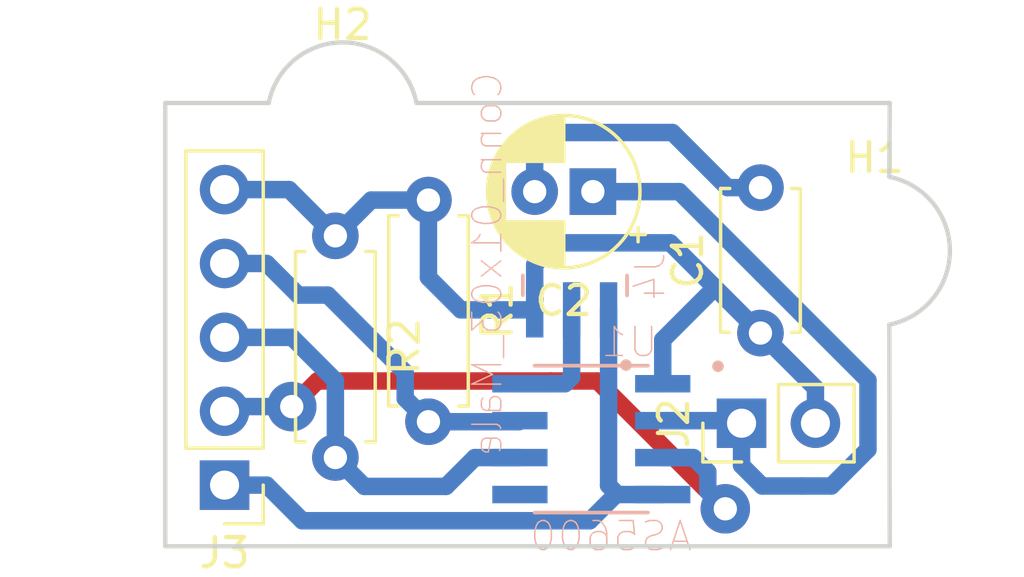
<source format=kicad_pcb>
(kicad_pcb (version 20171130) (host pcbnew "(5.1.2)-2")

  (general
    (thickness 1.6)
    (drawings 8)
    (tracks 73)
    (zones 0)
    (modules 10)
    (nets 9)
  )

  (page A4)
  (layers
    (0 F.Cu signal)
    (31 B.Cu signal)
    (32 B.Adhes user)
    (33 F.Adhes user)
    (34 B.Paste user)
    (35 F.Paste user)
    (36 B.SilkS user)
    (37 F.SilkS user)
    (38 B.Mask user)
    (39 F.Mask user)
    (40 Dwgs.User user)
    (41 Cmts.User user)
    (42 Eco1.User user)
    (43 Eco2.User user)
    (44 Edge.Cuts user)
    (45 Margin user)
    (46 B.CrtYd user)
    (47 F.CrtYd user)
    (48 B.Fab user)
    (49 F.Fab user)
  )

  (setup
    (last_trace_width 0.6)
    (trace_clearance 0.3)
    (zone_clearance 0.508)
    (zone_45_only no)
    (trace_min 0.5)
    (via_size 1.7)
    (via_drill 0.8)
    (via_min_size 0.4)
    (via_min_drill 0.3)
    (uvia_size 0.3)
    (uvia_drill 0.1)
    (uvias_allowed no)
    (uvia_min_size 0.2)
    (uvia_min_drill 0.1)
    (edge_width 0.15)
    (segment_width 0.2)
    (pcb_text_width 0.3)
    (pcb_text_size 1.5 1.5)
    (mod_edge_width 0.15)
    (mod_text_size 1 1)
    (mod_text_width 0.15)
    (pad_size 1.6 1.6)
    (pad_drill 0.8)
    (pad_to_mask_clearance 0.051)
    (solder_mask_min_width 0.25)
    (aux_axis_origin 0 0)
    (visible_elements 7FFFFFFF)
    (pcbplotparams
      (layerselection 0x010fc_ffffffff)
      (usegerberextensions false)
      (usegerberattributes false)
      (usegerberadvancedattributes false)
      (creategerberjobfile false)
      (excludeedgelayer true)
      (linewidth 0.100000)
      (plotframeref false)
      (viasonmask false)
      (mode 1)
      (useauxorigin false)
      (hpglpennumber 1)
      (hpglpenspeed 20)
      (hpglpendiameter 15.000000)
      (psnegative false)
      (psa4output false)
      (plotreference true)
      (plotvalue true)
      (plotinvisibletext false)
      (padsonsilk false)
      (subtractmaskfromsilk false)
      (outputformat 1)
      (mirror false)
      (drillshape 1)
      (scaleselection 1)
      (outputdirectory ""))
  )

  (net 0 "")
  (net 1 +5V)
  (net 2 GND)
  (net 3 "Net-(C2-Pad1)")
  (net 4 SDA)
  (net 5 SCL)
  (net 6 OUT)
  (net 7 DIR)
  (net 8 "Net-(U1-Pad5)")

  (net_class Default "This is the default net class."
    (clearance 0.3)
    (trace_width 0.6)
    (via_dia 1.7)
    (via_drill 0.8)
    (uvia_dia 0.3)
    (uvia_drill 0.1)
    (diff_pair_width 0.6)
    (diff_pair_gap 0.25)
    (add_net +5V)
    (add_net DIR)
    (add_net GND)
    (add_net "Net-(C2-Pad1)")
    (add_net "Net-(U1-Pad5)")
    (add_net OUT)
    (add_net SCL)
    (add_net SDA)
  )

  (module AS5600-breakout:MountingHole_2.2mm_M2_small (layer F.Cu) (tedit 5CFC3FC6) (tstamp 5CFD4F55)
    (at 99.568 88.9)
    (descr "Mounting Hole 2.2mm, no annular, M2")
    (tags "mounting hole 2.2mm no annular m2")
    (path /5CFDC0C0)
    (attr virtual)
    (fp_text reference H2 (at 0 -3.2) (layer F.SilkS)
      (effects (font (size 1 1) (thickness 0.15)))
    )
    (fp_text value MountingHole (at 0 3.2) (layer F.Fab)
      (effects (font (size 1 1) (thickness 0.15)))
    )
    (fp_text user %R (at 0.3 0) (layer F.Fab)
      (effects (font (size 1 1) (thickness 0.15)))
    )
    (fp_circle (center 0 0) (end 2 0) (layer Cmts.User) (width 0.15))
    (fp_circle (center 0 0) (end 2.1 0) (layer F.CrtYd) (width 0.05))
    (pad 1 np_thru_hole circle (at 0 0) (size 2.2 2.2) (drill 2.2) (layers *.Cu *.Mask))
  )

  (module AS5600-breakout:MountingHole_2.2mm_M2_small (layer F.Cu) (tedit 5CFC3FC6) (tstamp 5CFD4F6A)
    (at 117.856 93.472)
    (descr "Mounting Hole 2.2mm, no annular, M2")
    (tags "mounting hole 2.2mm no annular m2")
    (path /5CFDB7FC)
    (attr virtual)
    (fp_text reference H1 (at 0 -3.2) (layer F.SilkS)
      (effects (font (size 1 1) (thickness 0.15)))
    )
    (fp_text value MountingHole (at 0 3.2) (layer F.Fab)
      (effects (font (size 1 1) (thickness 0.15)))
    )
    (fp_text user %R (at 0.3 0) (layer F.Fab)
      (effects (font (size 1 1) (thickness 0.15)))
    )
    (fp_circle (center 0 0) (end 2 0) (layer Cmts.User) (width 0.15))
    (fp_circle (center 0 0) (end 2.1 0) (layer F.CrtYd) (width 0.05))
    (pad 1 np_thru_hole circle (at 0 0) (size 2.2 2.2) (drill 2.2) (layers *.Cu *.Mask))
  )

  (module Connector_PinHeader_2.54mm:PinHeader_1x05_P2.54mm_Vertical (layer F.Cu) (tedit 59FED5CC) (tstamp 5D041880)
    (at 95.51 101.53 180)
    (descr "Through hole straight pin header, 1x05, 2.54mm pitch, single row")
    (tags "Through hole pin header THT 1x05 2.54mm single row")
    (path /5CF784F9)
    (fp_text reference J3 (at 0 -2.33) (layer F.SilkS)
      (effects (font (size 1 1) (thickness 0.15)))
    )
    (fp_text value Conn_01x05_Female (at 0 12.49) (layer F.Fab)
      (effects (font (size 1 1) (thickness 0.15)))
    )
    (fp_text user %R (at 0 5.08 90) (layer F.Fab)
      (effects (font (size 1 1) (thickness 0.15)))
    )
    (fp_line (start 1.8 -1.8) (end -1.8 -1.8) (layer F.CrtYd) (width 0.05))
    (fp_line (start 1.8 11.95) (end 1.8 -1.8) (layer F.CrtYd) (width 0.05))
    (fp_line (start -1.8 11.95) (end 1.8 11.95) (layer F.CrtYd) (width 0.05))
    (fp_line (start -1.8 -1.8) (end -1.8 11.95) (layer F.CrtYd) (width 0.05))
    (fp_line (start -1.33 -1.33) (end 0 -1.33) (layer F.SilkS) (width 0.12))
    (fp_line (start -1.33 0) (end -1.33 -1.33) (layer F.SilkS) (width 0.12))
    (fp_line (start -1.33 1.27) (end 1.33 1.27) (layer F.SilkS) (width 0.12))
    (fp_line (start 1.33 1.27) (end 1.33 11.49) (layer F.SilkS) (width 0.12))
    (fp_line (start -1.33 1.27) (end -1.33 11.49) (layer F.SilkS) (width 0.12))
    (fp_line (start -1.33 11.49) (end 1.33 11.49) (layer F.SilkS) (width 0.12))
    (fp_line (start -1.27 -0.635) (end -0.635 -1.27) (layer F.Fab) (width 0.1))
    (fp_line (start -1.27 11.43) (end -1.27 -0.635) (layer F.Fab) (width 0.1))
    (fp_line (start 1.27 11.43) (end -1.27 11.43) (layer F.Fab) (width 0.1))
    (fp_line (start 1.27 -1.27) (end 1.27 11.43) (layer F.Fab) (width 0.1))
    (fp_line (start -0.635 -1.27) (end 1.27 -1.27) (layer F.Fab) (width 0.1))
    (pad 5 thru_hole oval (at 0 10.16 180) (size 1.7 1.7) (drill 1) (layers *.Cu *.Mask)
      (net 1 +5V))
    (pad 4 thru_hole oval (at 0 7.62 180) (size 1.7 1.7) (drill 1) (layers *.Cu *.Mask)
      (net 5 SCL))
    (pad 3 thru_hole oval (at 0 5.08 180) (size 1.7 1.7) (drill 1) (layers *.Cu *.Mask)
      (net 4 SDA))
    (pad 2 thru_hole oval (at 0 2.54 180) (size 1.7 1.7) (drill 1) (layers *.Cu *.Mask)
      (net 6 OUT))
    (pad 1 thru_hole rect (at 0 0 180) (size 1.7 1.7) (drill 1) (layers *.Cu *.Mask)
      (net 2 GND))
    (model ${KISYS3DMOD}/Connector_PinHeader_2.54mm.3dshapes/PinHeader_1x05_P2.54mm_Vertical.wrl
      (at (xyz 0 0 0))
      (scale (xyz 1 1 1))
      (rotate (xyz 0 0 0))
    )
  )

  (module Resistor_THT:R_Axial_DIN0207_L6.3mm_D2.5mm_P7.62mm_Horizontal (layer F.Cu) (tedit 5AE5139B) (tstamp 5D041BED)
    (at 99.32 92.96 270)
    (descr "Resistor, Axial_DIN0207 series, Axial, Horizontal, pin pitch=7.62mm, 0.25W = 1/4W, length*diameter=6.3*2.5mm^2, http://cdn-reichelt.de/documents/datenblatt/B400/1_4W%23YAG.pdf")
    (tags "Resistor Axial_DIN0207 series Axial Horizontal pin pitch 7.62mm 0.25W = 1/4W length 6.3mm diameter 2.5mm")
    (path /5CF77C73)
    (fp_text reference R2 (at 3.81 -2.37 90) (layer F.SilkS)
      (effects (font (size 1 1) (thickness 0.15)))
    )
    (fp_text value 4.7k (at 3.81 2.37 90) (layer F.Fab)
      (effects (font (size 1 1) (thickness 0.15)))
    )
    (fp_text user %R (at 3.81 0 90) (layer F.Fab)
      (effects (font (size 1 1) (thickness 0.15)))
    )
    (fp_line (start 8.67 -1.5) (end -1.05 -1.5) (layer F.CrtYd) (width 0.05))
    (fp_line (start 8.67 1.5) (end 8.67 -1.5) (layer F.CrtYd) (width 0.05))
    (fp_line (start -1.05 1.5) (end 8.67 1.5) (layer F.CrtYd) (width 0.05))
    (fp_line (start -1.05 -1.5) (end -1.05 1.5) (layer F.CrtYd) (width 0.05))
    (fp_line (start 7.08 1.37) (end 7.08 1.04) (layer F.SilkS) (width 0.12))
    (fp_line (start 0.54 1.37) (end 7.08 1.37) (layer F.SilkS) (width 0.12))
    (fp_line (start 0.54 1.04) (end 0.54 1.37) (layer F.SilkS) (width 0.12))
    (fp_line (start 7.08 -1.37) (end 7.08 -1.04) (layer F.SilkS) (width 0.12))
    (fp_line (start 0.54 -1.37) (end 7.08 -1.37) (layer F.SilkS) (width 0.12))
    (fp_line (start 0.54 -1.04) (end 0.54 -1.37) (layer F.SilkS) (width 0.12))
    (fp_line (start 7.62 0) (end 6.96 0) (layer F.Fab) (width 0.1))
    (fp_line (start 0 0) (end 0.66 0) (layer F.Fab) (width 0.1))
    (fp_line (start 6.96 -1.25) (end 0.66 -1.25) (layer F.Fab) (width 0.1))
    (fp_line (start 6.96 1.25) (end 6.96 -1.25) (layer F.Fab) (width 0.1))
    (fp_line (start 0.66 1.25) (end 6.96 1.25) (layer F.Fab) (width 0.1))
    (fp_line (start 0.66 -1.25) (end 0.66 1.25) (layer F.Fab) (width 0.1))
    (pad 2 thru_hole oval (at 7.62 0 270) (size 1.6 1.6) (drill 0.8) (layers *.Cu *.Mask)
      (net 4 SDA))
    (pad 1 thru_hole circle (at 0 0 270) (size 1.6 1.6) (drill 0.8) (layers *.Cu *.Mask)
      (net 1 +5V))
    (model ${KISYS3DMOD}/Resistor_THT.3dshapes/R_Axial_DIN0207_L6.3mm_D2.5mm_P7.62mm_Horizontal.wrl
      (at (xyz 0 0 0))
      (scale (xyz 1 1 1))
      (rotate (xyz 0 0 0))
    )
  )

  (module AS5600-breakout:SOIC127_solder_switch (layer B.Cu) (tedit 5CFBE54E) (tstamp 5D0417FB)
    (at 106.807 93.049 90)
    (path /5CF78AF4)
    (attr smd)
    (fp_text reference J4 (at -1.31 3.337 270) (layer B.SilkS)
      (effects (font (size 1 1) (thickness 0.05)) (justify mirror))
    )
    (fp_text value Conn_01x03_Male (at -0.889 -2.2606 270) (layer B.SilkS)
      (effects (font (size 1 1) (thickness 0.05)) (justify mirror))
    )
    (fp_line (start -1.016 2.6924) (end -1.016 -1.3208) (layer Eco1.User) (width 0.05))
    (fp_line (start -3.655 2.7) (end -3.655 -1.3208) (layer Eco1.User) (width 0.05))
    (fp_line (start -3.655 -1.3208) (end -1.016 -1.3208) (layer Eco1.User) (width 0.05))
    (fp_line (start -3.655 2.7) (end -1.016 2.7) (layer Eco1.User) (width 0.05))
    (fp_line (start -1.27 2.45) (end -1.27 -1.016) (layer Eco2.User) (width 0.127))
    (fp_line (start -1.95 2.45) (end -1.95 -1.016) (layer Eco2.User) (width 0.127))
    (fp_line (start -1.95 -1.0414) (end -1.27 -1.0414) (layer B.SilkS) (width 0.127))
    (fp_line (start -1.9558 2.54) (end -1.27 2.54) (layer B.SilkS) (width 0.127))
    (fp_line (start -1.95 -1.016) (end -1.27 -1.016) (layer Eco2.User) (width 0.127))
    (fp_line (start -1.95 2.45) (end -1.27 2.45) (layer Eco2.User) (width 0.127))
    (fp_circle (center -4.355 2.505) (end -4.255 2.505) (layer Eco2.User) (width 0.2))
    (fp_circle (center -4.355 2.505) (end -4.255 2.505) (layer B.SilkS) (width 0.2))
    (pad 3 smd rect (at -2.455 -0.635 90) (size 1.9 0.6) (layers B.Cu B.Paste B.Mask)
      (net 1 +5V))
    (pad 2 smd rect (at -2.455 0.635 90) (size 1.9 0.6) (layers B.Cu B.Paste B.Mask)
      (net 7 DIR))
    (pad 1 smd rect (at -2.455 1.905 90) (size 1.9 0.6) (layers B.Cu B.Paste B.Mask)
      (net 2 GND))
  )

  (module Capacitor_THT:CP_Radial_D5.0mm_P2.00mm (layer F.Cu) (tedit 5CFC3233) (tstamp 5D041A5B)
    (at 108.172 91.44 180)
    (descr "CP, Radial series, Radial, pin pitch=2.00mm, , diameter=5mm, Electrolytic Capacitor")
    (tags "CP Radial series Radial pin pitch 2.00mm  diameter 5mm Electrolytic Capacitor")
    (path /5CF77A7D)
    (fp_text reference C2 (at 1 -3.75) (layer F.SilkS)
      (effects (font (size 1 1) (thickness 0.15)))
    )
    (fp_text value 1uF (at 1 3.75) (layer F.Fab)
      (effects (font (size 1 1) (thickness 0.15)))
    )
    (fp_text user %R (at 1 0) (layer F.Fab)
      (effects (font (size 1 1) (thickness 0.15)))
    )
    (fp_line (start -1.554775 -1.725) (end -1.554775 -1.225) (layer F.SilkS) (width 0.12))
    (fp_line (start -1.804775 -1.475) (end -1.304775 -1.475) (layer F.SilkS) (width 0.12))
    (fp_line (start 3.601 -0.284) (end 3.601 0.284) (layer F.SilkS) (width 0.12))
    (fp_line (start 3.561 -0.518) (end 3.561 0.518) (layer F.SilkS) (width 0.12))
    (fp_line (start 3.521 -0.677) (end 3.521 0.677) (layer F.SilkS) (width 0.12))
    (fp_line (start 3.481 -0.805) (end 3.481 0.805) (layer F.SilkS) (width 0.12))
    (fp_line (start 3.441 -0.915) (end 3.441 0.915) (layer F.SilkS) (width 0.12))
    (fp_line (start 3.401 -1.011) (end 3.401 1.011) (layer F.SilkS) (width 0.12))
    (fp_line (start 3.361 -1.098) (end 3.361 1.098) (layer F.SilkS) (width 0.12))
    (fp_line (start 3.321 -1.178) (end 3.321 1.178) (layer F.SilkS) (width 0.12))
    (fp_line (start 3.281 -1.251) (end 3.281 1.251) (layer F.SilkS) (width 0.12))
    (fp_line (start 3.241 -1.319) (end 3.241 1.319) (layer F.SilkS) (width 0.12))
    (fp_line (start 3.201 -1.383) (end 3.201 1.383) (layer F.SilkS) (width 0.12))
    (fp_line (start 3.161 -1.443) (end 3.161 1.443) (layer F.SilkS) (width 0.12))
    (fp_line (start 3.121 -1.5) (end 3.121 1.5) (layer F.SilkS) (width 0.12))
    (fp_line (start 3.081 -1.554) (end 3.081 1.554) (layer F.SilkS) (width 0.12))
    (fp_line (start 3.041 -1.605) (end 3.041 1.605) (layer F.SilkS) (width 0.12))
    (fp_line (start 3.001 1.04) (end 3.001 1.653) (layer F.SilkS) (width 0.12))
    (fp_line (start 3.001 -1.653) (end 3.001 -1.04) (layer F.SilkS) (width 0.12))
    (fp_line (start 2.961 1.04) (end 2.961 1.699) (layer F.SilkS) (width 0.12))
    (fp_line (start 2.961 -1.699) (end 2.961 -1.04) (layer F.SilkS) (width 0.12))
    (fp_line (start 2.921 1.04) (end 2.921 1.743) (layer F.SilkS) (width 0.12))
    (fp_line (start 2.921 -1.743) (end 2.921 -1.04) (layer F.SilkS) (width 0.12))
    (fp_line (start 2.881 1.04) (end 2.881 1.785) (layer F.SilkS) (width 0.12))
    (fp_line (start 2.881 -1.785) (end 2.881 -1.04) (layer F.SilkS) (width 0.12))
    (fp_line (start 2.841 1.04) (end 2.841 1.826) (layer F.SilkS) (width 0.12))
    (fp_line (start 2.841 -1.826) (end 2.841 -1.04) (layer F.SilkS) (width 0.12))
    (fp_line (start 2.801 1.04) (end 2.801 1.864) (layer F.SilkS) (width 0.12))
    (fp_line (start 2.801 -1.864) (end 2.801 -1.04) (layer F.SilkS) (width 0.12))
    (fp_line (start 2.761 1.04) (end 2.761 1.901) (layer F.SilkS) (width 0.12))
    (fp_line (start 2.761 -1.901) (end 2.761 -1.04) (layer F.SilkS) (width 0.12))
    (fp_line (start 2.721 1.04) (end 2.721 1.937) (layer F.SilkS) (width 0.12))
    (fp_line (start 2.721 -1.937) (end 2.721 -1.04) (layer F.SilkS) (width 0.12))
    (fp_line (start 2.681 1.04) (end 2.681 1.971) (layer F.SilkS) (width 0.12))
    (fp_line (start 2.681 -1.971) (end 2.681 -1.04) (layer F.SilkS) (width 0.12))
    (fp_line (start 2.641 1.04) (end 2.641 2.004) (layer F.SilkS) (width 0.12))
    (fp_line (start 2.641 -2.004) (end 2.641 -1.04) (layer F.SilkS) (width 0.12))
    (fp_line (start 2.601 1.04) (end 2.601 2.035) (layer F.SilkS) (width 0.12))
    (fp_line (start 2.601 -2.035) (end 2.601 -1.04) (layer F.SilkS) (width 0.12))
    (fp_line (start 2.561 1.04) (end 2.561 2.065) (layer F.SilkS) (width 0.12))
    (fp_line (start 2.561 -2.065) (end 2.561 -1.04) (layer F.SilkS) (width 0.12))
    (fp_line (start 2.521 1.04) (end 2.521 2.095) (layer F.SilkS) (width 0.12))
    (fp_line (start 2.521 -2.095) (end 2.521 -1.04) (layer F.SilkS) (width 0.12))
    (fp_line (start 2.481 1.04) (end 2.481 2.122) (layer F.SilkS) (width 0.12))
    (fp_line (start 2.481 -2.122) (end 2.481 -1.04) (layer F.SilkS) (width 0.12))
    (fp_line (start 2.441 1.04) (end 2.441 2.149) (layer F.SilkS) (width 0.12))
    (fp_line (start 2.441 -2.149) (end 2.441 -1.04) (layer F.SilkS) (width 0.12))
    (fp_line (start 2.401 1.04) (end 2.401 2.175) (layer F.SilkS) (width 0.12))
    (fp_line (start 2.401 -2.175) (end 2.401 -1.04) (layer F.SilkS) (width 0.12))
    (fp_line (start 2.361 1.04) (end 2.361 2.2) (layer F.SilkS) (width 0.12))
    (fp_line (start 2.361 -2.2) (end 2.361 -1.04) (layer F.SilkS) (width 0.12))
    (fp_line (start 2.321 1.04) (end 2.321 2.224) (layer F.SilkS) (width 0.12))
    (fp_line (start 2.321 -2.224) (end 2.321 -1.04) (layer F.SilkS) (width 0.12))
    (fp_line (start 2.281 1.04) (end 2.281 2.247) (layer F.SilkS) (width 0.12))
    (fp_line (start 2.281 -2.247) (end 2.281 -1.04) (layer F.SilkS) (width 0.12))
    (fp_line (start 2.241 1.04) (end 2.241 2.268) (layer F.SilkS) (width 0.12))
    (fp_line (start 2.241 -2.268) (end 2.241 -1.04) (layer F.SilkS) (width 0.12))
    (fp_line (start 2.201 1.04) (end 2.201 2.29) (layer F.SilkS) (width 0.12))
    (fp_line (start 2.201 -2.29) (end 2.201 -1.04) (layer F.SilkS) (width 0.12))
    (fp_line (start 2.161 1.04) (end 2.161 2.31) (layer F.SilkS) (width 0.12))
    (fp_line (start 2.161 -2.31) (end 2.161 -1.04) (layer F.SilkS) (width 0.12))
    (fp_line (start 2.121 1.04) (end 2.121 2.329) (layer F.SilkS) (width 0.12))
    (fp_line (start 2.121 -2.329) (end 2.121 -1.04) (layer F.SilkS) (width 0.12))
    (fp_line (start 2.081 1.04) (end 2.081 2.348) (layer F.SilkS) (width 0.12))
    (fp_line (start 2.081 -2.348) (end 2.081 -1.04) (layer F.SilkS) (width 0.12))
    (fp_line (start 2.041 1.04) (end 2.041 2.365) (layer F.SilkS) (width 0.12))
    (fp_line (start 2.041 -2.365) (end 2.041 -1.04) (layer F.SilkS) (width 0.12))
    (fp_line (start 2.001 1.04) (end 2.001 2.382) (layer F.SilkS) (width 0.12))
    (fp_line (start 2.001 -2.382) (end 2.001 -1.04) (layer F.SilkS) (width 0.12))
    (fp_line (start 1.961 1.04) (end 1.961 2.398) (layer F.SilkS) (width 0.12))
    (fp_line (start 1.961 -2.398) (end 1.961 -1.04) (layer F.SilkS) (width 0.12))
    (fp_line (start 1.921 1.04) (end 1.921 2.414) (layer F.SilkS) (width 0.12))
    (fp_line (start 1.921 -2.414) (end 1.921 -1.04) (layer F.SilkS) (width 0.12))
    (fp_line (start 1.881 1.04) (end 1.881 2.428) (layer F.SilkS) (width 0.12))
    (fp_line (start 1.881 -2.428) (end 1.881 -1.04) (layer F.SilkS) (width 0.12))
    (fp_line (start 1.841 1.04) (end 1.841 2.442) (layer F.SilkS) (width 0.12))
    (fp_line (start 1.841 -2.442) (end 1.841 -1.04) (layer F.SilkS) (width 0.12))
    (fp_line (start 1.801 1.04) (end 1.801 2.455) (layer F.SilkS) (width 0.12))
    (fp_line (start 1.801 -2.455) (end 1.801 -1.04) (layer F.SilkS) (width 0.12))
    (fp_line (start 1.761 1.04) (end 1.761 2.468) (layer F.SilkS) (width 0.12))
    (fp_line (start 1.761 -2.468) (end 1.761 -1.04) (layer F.SilkS) (width 0.12))
    (fp_line (start 1.721 1.04) (end 1.721 2.48) (layer F.SilkS) (width 0.12))
    (fp_line (start 1.721 -2.48) (end 1.721 -1.04) (layer F.SilkS) (width 0.12))
    (fp_line (start 1.68 1.04) (end 1.68 2.491) (layer F.SilkS) (width 0.12))
    (fp_line (start 1.68 -2.491) (end 1.68 -1.04) (layer F.SilkS) (width 0.12))
    (fp_line (start 1.64 1.04) (end 1.64 2.501) (layer F.SilkS) (width 0.12))
    (fp_line (start 1.64 -2.501) (end 1.64 -1.04) (layer F.SilkS) (width 0.12))
    (fp_line (start 1.6 1.04) (end 1.6 2.511) (layer F.SilkS) (width 0.12))
    (fp_line (start 1.6 -2.511) (end 1.6 -1.04) (layer F.SilkS) (width 0.12))
    (fp_line (start 1.56 1.04) (end 1.56 2.52) (layer F.SilkS) (width 0.12))
    (fp_line (start 1.56 -2.52) (end 1.56 -1.04) (layer F.SilkS) (width 0.12))
    (fp_line (start 1.52 1.04) (end 1.52 2.528) (layer F.SilkS) (width 0.12))
    (fp_line (start 1.52 -2.528) (end 1.52 -1.04) (layer F.SilkS) (width 0.12))
    (fp_line (start 1.48 1.04) (end 1.48 2.536) (layer F.SilkS) (width 0.12))
    (fp_line (start 1.48 -2.536) (end 1.48 -1.04) (layer F.SilkS) (width 0.12))
    (fp_line (start 1.44 1.04) (end 1.44 2.543) (layer F.SilkS) (width 0.12))
    (fp_line (start 1.44 -2.543) (end 1.44 -1.04) (layer F.SilkS) (width 0.12))
    (fp_line (start 1.4 1.04) (end 1.4 2.55) (layer F.SilkS) (width 0.12))
    (fp_line (start 1.4 -2.55) (end 1.4 -1.04) (layer F.SilkS) (width 0.12))
    (fp_line (start 1.36 1.04) (end 1.36 2.556) (layer F.SilkS) (width 0.12))
    (fp_line (start 1.36 -2.556) (end 1.36 -1.04) (layer F.SilkS) (width 0.12))
    (fp_line (start 1.32 1.04) (end 1.32 2.561) (layer F.SilkS) (width 0.12))
    (fp_line (start 1.32 -2.561) (end 1.32 -1.04) (layer F.SilkS) (width 0.12))
    (fp_line (start 1.28 1.04) (end 1.28 2.565) (layer F.SilkS) (width 0.12))
    (fp_line (start 1.28 -2.565) (end 1.28 -1.04) (layer F.SilkS) (width 0.12))
    (fp_line (start 1.24 1.04) (end 1.24 2.569) (layer F.SilkS) (width 0.12))
    (fp_line (start 1.24 -2.569) (end 1.24 -1.04) (layer F.SilkS) (width 0.12))
    (fp_line (start 1.2 1.04) (end 1.2 2.573) (layer F.SilkS) (width 0.12))
    (fp_line (start 1.2 -2.573) (end 1.2 -1.04) (layer F.SilkS) (width 0.12))
    (fp_line (start 1.16 1.04) (end 1.16 2.576) (layer F.SilkS) (width 0.12))
    (fp_line (start 1.16 -2.576) (end 1.16 -1.04) (layer F.SilkS) (width 0.12))
    (fp_line (start 1.12 1.04) (end 1.12 2.578) (layer F.SilkS) (width 0.12))
    (fp_line (start 1.12 -2.578) (end 1.12 -1.04) (layer F.SilkS) (width 0.12))
    (fp_line (start 1.08 1.04) (end 1.08 2.579) (layer F.SilkS) (width 0.12))
    (fp_line (start 1.08 -2.579) (end 1.08 -1.04) (layer F.SilkS) (width 0.12))
    (fp_line (start 1.04 -2.58) (end 1.04 -1.04) (layer F.SilkS) (width 0.12))
    (fp_line (start 1.04 1.04) (end 1.04 2.58) (layer F.SilkS) (width 0.12))
    (fp_line (start 1 -2.58) (end 1 -1.04) (layer F.SilkS) (width 0.12))
    (fp_line (start 1 1.04) (end 1 2.58) (layer F.SilkS) (width 0.12))
    (fp_line (start -0.883605 -1.3375) (end -0.883605 -0.8375) (layer F.Fab) (width 0.1))
    (fp_line (start -1.133605 -1.0875) (end -0.633605 -1.0875) (layer F.Fab) (width 0.1))
    (fp_circle (center 1 0) (end 3.75 0) (layer F.CrtYd) (width 0.05))
    (fp_circle (center 1 0) (end 3.62 0) (layer F.SilkS) (width 0.12))
    (fp_circle (center 1 0) (end 3.5 0) (layer F.Fab) (width 0.1))
    (pad 2 thru_hole circle (at 2 0 180) (size 1.6 1.6) (drill 0.8) (layers *.Cu *.Mask)
      (net 2 GND) (clearance 0.2))
    (pad 1 thru_hole rect (at 0 0 180) (size 1.6 1.6) (drill 0.8) (layers *.Cu *.Mask)
      (net 3 "Net-(C2-Pad1)") (clearance 0.2))
    (model ${KISYS3DMOD}/Capacitor_THT.3dshapes/CP_Radial_D5.0mm_P2.00mm.wrl
      (at (xyz 0 0 0))
      (scale (xyz 1 1 1))
      (rotate (xyz 0 0 0))
    )
  )

  (module Capacitor_THT:C_Disc_D4.7mm_W2.5mm_P5.00mm (layer F.Cu) (tedit 5AE50EF0) (tstamp 5D04163E)
    (at 113.934 96.302 90)
    (descr "C, Disc series, Radial, pin pitch=5.00mm, , diameter*width=4.7*2.5mm^2, Capacitor, http://www.vishay.com/docs/45233/krseries.pdf")
    (tags "C Disc series Radial pin pitch 5.00mm  diameter 4.7mm width 2.5mm Capacitor")
    (path /5CF7799C)
    (fp_text reference C1 (at 2.5 -2.5 90) (layer F.SilkS)
      (effects (font (size 1 1) (thickness 0.15)))
    )
    (fp_text value 100nF (at 2.5 2.5 90) (layer F.Fab)
      (effects (font (size 1 1) (thickness 0.15)))
    )
    (fp_text user %R (at 2.5 0 90) (layer F.Fab)
      (effects (font (size 0.94 0.94) (thickness 0.141)))
    )
    (fp_line (start 6.05 -1.5) (end -1.05 -1.5) (layer F.CrtYd) (width 0.05))
    (fp_line (start 6.05 1.5) (end 6.05 -1.5) (layer F.CrtYd) (width 0.05))
    (fp_line (start -1.05 1.5) (end 6.05 1.5) (layer F.CrtYd) (width 0.05))
    (fp_line (start -1.05 -1.5) (end -1.05 1.5) (layer F.CrtYd) (width 0.05))
    (fp_line (start 4.97 1.055) (end 4.97 1.37) (layer F.SilkS) (width 0.12))
    (fp_line (start 4.97 -1.37) (end 4.97 -1.055) (layer F.SilkS) (width 0.12))
    (fp_line (start 0.03 1.055) (end 0.03 1.37) (layer F.SilkS) (width 0.12))
    (fp_line (start 0.03 -1.37) (end 0.03 -1.055) (layer F.SilkS) (width 0.12))
    (fp_line (start 0.03 1.37) (end 4.97 1.37) (layer F.SilkS) (width 0.12))
    (fp_line (start 0.03 -1.37) (end 4.97 -1.37) (layer F.SilkS) (width 0.12))
    (fp_line (start 4.85 -1.25) (end 0.15 -1.25) (layer F.Fab) (width 0.1))
    (fp_line (start 4.85 1.25) (end 4.85 -1.25) (layer F.Fab) (width 0.1))
    (fp_line (start 0.15 1.25) (end 4.85 1.25) (layer F.Fab) (width 0.1))
    (fp_line (start 0.15 -1.25) (end 0.15 1.25) (layer F.Fab) (width 0.1))
    (pad 2 thru_hole circle (at 5 0 90) (size 1.6 1.6) (drill 0.8) (layers *.Cu *.Mask)
      (net 2 GND))
    (pad 1 thru_hole circle (at 0 0 90) (size 1.6 1.6) (drill 0.8) (layers *.Cu *.Mask)
      (net 1 +5V))
    (model ${KISYS3DMOD}/Capacitor_THT.3dshapes/C_Disc_D4.7mm_W2.5mm_P5.00mm.wrl
      (at (xyz 0 0 0))
      (scale (xyz 1 1 1))
      (rotate (xyz 0 0 0))
    )
  )

  (module SOIC127P600X175-8N:SOIC127P600X175-8N (layer B.Cu) (tedit 0) (tstamp 5D1095D7)
    (at 108.119 99.949 180)
    (path /5CF771DC)
    (attr smd)
    (fp_text reference U1 (at -1.31 3.337) (layer B.SilkS)
      (effects (font (size 1 1) (thickness 0.05)) (justify mirror))
    )
    (fp_text value AS5600 (at -0.675 -3.337) (layer B.SilkS)
      (effects (font (size 1 1) (thickness 0.05)) (justify mirror))
    )
    (fp_line (start 3.655 2.7) (end 3.655 -2.7) (layer Eco1.User) (width 0.05))
    (fp_line (start -3.655 2.7) (end -3.655 -2.7) (layer Eco1.User) (width 0.05))
    (fp_line (start -3.655 -2.7) (end 3.655 -2.7) (layer Eco1.User) (width 0.05))
    (fp_line (start -3.655 2.7) (end 3.655 2.7) (layer Eco1.User) (width 0.05))
    (fp_line (start 1.95 2.45) (end 1.95 -2.45) (layer Eco2.User) (width 0.127))
    (fp_line (start -1.95 2.45) (end -1.95 -2.45) (layer Eco2.User) (width 0.127))
    (fp_line (start -1.95 -2.525) (end 1.95 -2.525) (layer B.SilkS) (width 0.127))
    (fp_line (start -1.95 2.525) (end 1.95 2.525) (layer B.SilkS) (width 0.127))
    (fp_line (start -1.95 -2.45) (end 1.95 -2.45) (layer Eco2.User) (width 0.127))
    (fp_line (start -1.95 2.45) (end 1.95 2.45) (layer Eco2.User) (width 0.127))
    (fp_circle (center -4.355 2.505) (end -4.255 2.505) (layer Eco2.User) (width 0.2))
    (fp_circle (center -4.355 2.505) (end -4.255 2.505) (layer B.SilkS) (width 0.2))
    (pad 8 smd rect (at 2.455 1.905 180) (size 1.9 0.6) (layers B.Cu B.Paste B.Mask)
      (net 7 DIR))
    (pad 7 smd rect (at 2.455 0.635 180) (size 1.9 0.6) (layers B.Cu B.Paste B.Mask)
      (net 5 SCL))
    (pad 6 smd rect (at 2.455 -0.635 180) (size 1.9 0.6) (layers B.Cu B.Paste B.Mask)
      (net 4 SDA))
    (pad 5 smd rect (at 2.455 -1.905 180) (size 1.9 0.6) (layers B.Cu B.Paste B.Mask)
      (net 8 "Net-(U1-Pad5)"))
    (pad 4 smd rect (at -2.455 -1.905 180) (size 1.9 0.6) (layers B.Cu B.Paste B.Mask)
      (net 2 GND))
    (pad 3 smd rect (at -2.455 -0.635 180) (size 1.9 0.6) (layers B.Cu B.Paste B.Mask)
      (net 6 OUT))
    (pad 2 smd rect (at -2.455 0.635 180) (size 1.9 0.6) (layers B.Cu B.Paste B.Mask)
      (net 3 "Net-(C2-Pad1)"))
    (pad 1 smd rect (at -2.455 1.905 180) (size 1.9 0.6) (layers B.Cu B.Paste B.Mask)
      (net 1 +5V))
    (model ${KIPRJMOD}/AS5600-ASOM/3D/AS5600-ASOM.stp
      (at (xyz 0 0 0))
      (scale (xyz 1 1 1))
      (rotate (xyz 0 0 0))
    )
  )

  (module Connector_PinHeader_2.54mm:PinHeader_1x02_P2.54mm_Vertical (layer F.Cu) (tedit 59FED5CC) (tstamp 5D0417BB)
    (at 113.284 99.402 90)
    (descr "Through hole straight pin header, 1x02, 2.54mm pitch, single row")
    (tags "Through hole pin header THT 1x02 2.54mm single row")
    (path /5CF7AFD7)
    (fp_text reference J2 (at 0 -2.33 90) (layer F.SilkS)
      (effects (font (size 1 1) (thickness 0.15)))
    )
    (fp_text value Conn_01x02 (at 0 4.87 90) (layer F.Fab)
      (effects (font (size 1 1) (thickness 0.15)))
    )
    (fp_text user %R (at 0 1.27) (layer F.Fab)
      (effects (font (size 1 1) (thickness 0.15)))
    )
    (fp_line (start 1.8 -1.8) (end -1.8 -1.8) (layer F.CrtYd) (width 0.05))
    (fp_line (start 1.8 4.35) (end 1.8 -1.8) (layer F.CrtYd) (width 0.05))
    (fp_line (start -1.8 4.35) (end 1.8 4.35) (layer F.CrtYd) (width 0.05))
    (fp_line (start -1.8 -1.8) (end -1.8 4.35) (layer F.CrtYd) (width 0.05))
    (fp_line (start -1.33 -1.33) (end 0 -1.33) (layer F.SilkS) (width 0.12))
    (fp_line (start -1.33 0) (end -1.33 -1.33) (layer F.SilkS) (width 0.12))
    (fp_line (start -1.33 1.27) (end 1.33 1.27) (layer F.SilkS) (width 0.12))
    (fp_line (start 1.33 1.27) (end 1.33 3.87) (layer F.SilkS) (width 0.12))
    (fp_line (start -1.33 1.27) (end -1.33 3.87) (layer F.SilkS) (width 0.12))
    (fp_line (start -1.33 3.87) (end 1.33 3.87) (layer F.SilkS) (width 0.12))
    (fp_line (start -1.27 -0.635) (end -0.635 -1.27) (layer F.Fab) (width 0.1))
    (fp_line (start -1.27 3.81) (end -1.27 -0.635) (layer F.Fab) (width 0.1))
    (fp_line (start 1.27 3.81) (end -1.27 3.81) (layer F.Fab) (width 0.1))
    (fp_line (start 1.27 -1.27) (end 1.27 3.81) (layer F.Fab) (width 0.1))
    (fp_line (start -0.635 -1.27) (end 1.27 -1.27) (layer F.Fab) (width 0.1))
    (pad 2 thru_hole oval (at 0 2.54 90) (size 1.7 1.7) (drill 1) (layers *.Cu *.Mask)
      (net 1 +5V))
    (pad 1 thru_hole rect (at 0 0 90) (size 1.7 1.7) (drill 1) (layers *.Cu *.Mask)
      (net 3 "Net-(C2-Pad1)"))
    (model ${KISYS3DMOD}/Connector_PinHeader_2.54mm.3dshapes/PinHeader_1x02_P2.54mm_Vertical.wrl
      (at (xyz 0 0 0))
      (scale (xyz 1 1 1))
      (rotate (xyz 0 0 0))
    )
  )

  (module Resistor_THT:R_Axial_DIN0207_L6.3mm_D2.5mm_P7.62mm_Horizontal (layer F.Cu) (tedit 5AE5139B) (tstamp 5D041BD7)
    (at 102.52 91.73 270)
    (descr "Resistor, Axial_DIN0207 series, Axial, Horizontal, pin pitch=7.62mm, 0.25W = 1/4W, length*diameter=6.3*2.5mm^2, http://cdn-reichelt.de/documents/datenblatt/B400/1_4W%23YAG.pdf")
    (tags "Resistor Axial_DIN0207 series Axial Horizontal pin pitch 7.62mm 0.25W = 1/4W length 6.3mm diameter 2.5mm")
    (path /5CF77B50)
    (fp_text reference R1 (at 3.81 -2.37 90) (layer F.SilkS)
      (effects (font (size 1 1) (thickness 0.15)))
    )
    (fp_text value 4.7k (at 3.81 2.37 90) (layer F.Fab)
      (effects (font (size 1 1) (thickness 0.15)))
    )
    (fp_line (start 0.66 -1.25) (end 0.66 1.25) (layer F.Fab) (width 0.1))
    (fp_line (start 0.66 1.25) (end 6.96 1.25) (layer F.Fab) (width 0.1))
    (fp_line (start 6.96 1.25) (end 6.96 -1.25) (layer F.Fab) (width 0.1))
    (fp_line (start 6.96 -1.25) (end 0.66 -1.25) (layer F.Fab) (width 0.1))
    (fp_line (start 0 0) (end 0.66 0) (layer F.Fab) (width 0.1))
    (fp_line (start 7.62 0) (end 6.96 0) (layer F.Fab) (width 0.1))
    (fp_line (start 0.54 -1.04) (end 0.54 -1.37) (layer F.SilkS) (width 0.12))
    (fp_line (start 0.54 -1.37) (end 7.08 -1.37) (layer F.SilkS) (width 0.12))
    (fp_line (start 7.08 -1.37) (end 7.08 -1.04) (layer F.SilkS) (width 0.12))
    (fp_line (start 0.54 1.04) (end 0.54 1.37) (layer F.SilkS) (width 0.12))
    (fp_line (start 0.54 1.37) (end 7.08 1.37) (layer F.SilkS) (width 0.12))
    (fp_line (start 7.08 1.37) (end 7.08 1.04) (layer F.SilkS) (width 0.12))
    (fp_line (start -1.05 -1.5) (end -1.05 1.5) (layer F.CrtYd) (width 0.05))
    (fp_line (start -1.05 1.5) (end 8.67 1.5) (layer F.CrtYd) (width 0.05))
    (fp_line (start 8.67 1.5) (end 8.67 -1.5) (layer F.CrtYd) (width 0.05))
    (fp_line (start 8.67 -1.5) (end -1.05 -1.5) (layer F.CrtYd) (width 0.05))
    (fp_text user %R (at 3.81 0 90) (layer F.Fab)
      (effects (font (size 1 1) (thickness 0.15)))
    )
    (pad 1 thru_hole circle (at 0 0 270) (size 1.6 1.6) (drill 0.8) (layers *.Cu *.Mask)
      (net 1 +5V))
    (pad 2 thru_hole oval (at 7.62 0 270) (size 1.6 1.6) (drill 0.8) (layers *.Cu *.Mask)
      (net 5 SCL))
    (model ${KISYS3DMOD}/Resistor_THT.3dshapes/R_Axial_DIN0207_L6.3mm_D2.5mm_P7.62mm_Horizontal.wrl
      (at (xyz 0 0 0))
      (scale (xyz 1 1 1))
      (rotate (xyz 0 0 0))
    )
  )

  (gr_arc (start 99.568 88.9) (end 102.107999 88.392001) (angle -157.3801351) (layer Edge.Cuts) (width 0.15))
  (gr_arc (start 117.856 93.472) (end 118.363999 96.011999) (angle -157.3801351) (layer Edge.Cuts) (width 0.15))
  (gr_line (start 102.108 88.392) (end 118.38 88.392) (layer Edge.Cuts) (width 0.15) (tstamp 5CFC45EB))
  (gr_line (start 118.38 103.632) (end 118.364 96.012) (layer Edge.Cuts) (width 0.15))
  (gr_line (start 93.472 103.632) (end 93.472 88.392) (layer Edge.Cuts) (width 0.15) (tstamp 5CFD1964))
  (gr_line (start 118.38 103.632) (end 93.472 103.632) (layer Edge.Cuts) (width 0.15))
  (gr_line (start 118.38 88.392) (end 118.364 90.932) (layer Edge.Cuts) (width 0.15))
  (gr_line (start 93.472 88.392) (end 97.028 88.392) (layer Edge.Cuts) (width 0.15))

  (segment (start 106.172 95.504) (end 103.632 95.504) (width 0.6) (layer B.Cu) (net 1))
  (segment (start 102.52 94.392) (end 102.52 91.73) (width 0.6) (layer B.Cu) (net 1))
  (segment (start 103.632 95.504) (end 102.52 94.392) (width 0.6) (layer B.Cu) (net 1))
  (segment (start 100.55 91.73) (end 99.32 92.96) (width 0.6) (layer B.Cu) (net 1))
  (segment (start 102.52 91.73) (end 100.55 91.73) (width 0.6) (layer B.Cu) (net 1))
  (segment (start 99.32 92.96) (end 97.73 91.37) (width 0.6) (layer B.Cu) (net 1))
  (segment (start 115.824 98.192) (end 113.934 96.302) (width 0.6) (layer B.Cu) (net 1))
  (segment (start 115.824 99.402) (end 115.824 98.192) (width 0.6) (layer B.Cu) (net 1))
  (segment (start 106.172 93.954) (end 106.926 93.2) (width 0.6) (layer B.Cu) (net 1))
  (segment (start 106.172 95.504) (end 106.172 93.954) (width 0.6) (layer B.Cu) (net 1))
  (segment (start 106.926 93.2) (end 110.832 93.2) (width 0.6) (layer B.Cu) (net 1))
  (segment (start 110.574 96.536) (end 112.371 94.739) (width 0.6) (layer B.Cu) (net 1))
  (segment (start 110.574 98.044) (end 110.574 96.536) (width 0.6) (layer B.Cu) (net 1))
  (segment (start 110.832 93.2) (end 112.371 94.739) (width 0.6) (layer B.Cu) (net 1))
  (segment (start 112.371 94.739) (end 113.934 96.302) (width 0.6) (layer B.Cu) (net 1))
  (segment (start 97.73 91.37) (end 95.51 91.37) (width 0.6) (layer B.Cu) (net 1))
  (segment (start 109.024 101.854) (end 108.712 101.542) (width 0.6) (layer B.Cu) (net 2))
  (segment (start 110.574 101.854) (end 109.024 101.854) (width 0.6) (layer B.Cu) (net 2))
  (segment (start 108.712 97.028) (end 108.712 95.504) (width 0.6) (layer B.Cu) (net 2))
  (segment (start 108.712 101.542) (end 108.712 97.028) (width 0.6) (layer B.Cu) (net 2))
  (segment (start 98.184001 102.754001) (end 108.065999 102.754001) (width 0.6) (layer B.Cu) (net 2))
  (segment (start 96.96 101.53) (end 98.184001 102.754001) (width 0.6) (layer B.Cu) (net 2))
  (segment (start 108.966 101.854) (end 108.065999 102.754001) (width 0.6) (layer B.Cu) (net 2))
  (segment (start 109.024 101.854) (end 108.966 101.854) (width 0.6) (layer B.Cu) (net 2))
  (segment (start 112.80263 91.302) (end 110.90863 89.408) (width 0.6) (layer B.Cu) (net 2))
  (segment (start 113.934 91.302) (end 112.80263 91.302) (width 0.6) (layer B.Cu) (net 2))
  (segment (start 106.172 90.30863) (end 106.172 91.44) (width 0.6) (layer B.Cu) (net 2))
  (segment (start 107.07263 89.408) (end 106.172 90.30863) (width 0.6) (layer B.Cu) (net 2))
  (segment (start 110.90863 89.408) (end 107.07263 89.408) (width 0.6) (layer B.Cu) (net 2))
  (segment (start 95.51 101.53) (end 96.96 101.53) (width 0.6) (layer B.Cu) (net 2))
  (segment (start 113.196 99.314) (end 113.284 99.402) (width 0.6) (layer B.Cu) (net 3))
  (segment (start 110.574 99.314) (end 113.196 99.314) (width 0.6) (layer B.Cu) (net 3))
  (segment (start 113.284 100.852) (end 113.284 99.402) (width 0.6) (layer B.Cu) (net 3))
  (segment (start 113.992 101.56) (end 113.284 100.852) (width 0.6) (layer B.Cu) (net 3))
  (segment (start 109.572 91.44) (end 108.172 91.44) (width 0.6) (layer B.Cu) (net 3))
  (segment (start 111.144002 91.44) (end 109.572 91.44) (width 0.6) (layer B.Cu) (net 3))
  (segment (start 115.356 101.56) (end 113.992 101.56) (width 0.6) (layer B.Cu) (net 3))
  (segment (start 115.356 101.56) (end 116.372 101.56) (width 0.6) (layer B.Cu) (net 3))
  (segment (start 116.372 101.56) (end 117.63 100.302) (width 0.6) (layer B.Cu) (net 3))
  (segment (start 117.63 97.925998) (end 113.987001 94.282999) (width 0.6) (layer B.Cu) (net 3))
  (segment (start 117.63 100.302) (end 117.63 97.925998) (width 0.6) (layer B.Cu) (net 3))
  (segment (start 113.987001 94.282999) (end 111.144002 91.44) (width 0.6) (layer B.Cu) (net 3))
  (segment (start 104.114 100.584) (end 103.124 101.574) (width 0.6) (layer B.Cu) (net 4))
  (segment (start 105.664 100.584) (end 104.114 100.584) (width 0.6) (layer B.Cu) (net 4))
  (segment (start 100.314 101.574) (end 99.32 100.58) (width 0.6) (layer B.Cu) (net 4))
  (segment (start 103.124 101.574) (end 100.314 101.574) (width 0.6) (layer B.Cu) (net 4))
  (segment (start 99.32 97.94) (end 97.83 96.45) (width 0.6) (layer B.Cu) (net 4))
  (segment (start 99.32 100.58) (end 99.32 97.94) (width 0.6) (layer B.Cu) (net 4))
  (segment (start 95.51 96.45) (end 97.83 96.45) (width 0.6) (layer B.Cu) (net 4))
  (segment (start 105.654 99.324) (end 105.664 99.314) (width 0.6) (layer B.Cu) (net 5))
  (segment (start 105.628 99.35) (end 105.664 99.314) (width 0.6) (layer B.Cu) (net 5))
  (segment (start 102.52 99.35) (end 105.628 99.35) (width 0.6) (layer B.Cu) (net 5))
  (segment (start 101.720001 98.550001) (end 101.720001 97.656001) (width 0.6) (layer B.Cu) (net 5))
  (segment (start 102.52 99.35) (end 101.720001 98.550001) (width 0.6) (layer B.Cu) (net 5))
  (segment (start 101.720001 97.656001) (end 99.06 94.996) (width 0.6) (layer B.Cu) (net 5))
  (segment (start 99.06 94.996) (end 98.044 94.996) (width 0.6) (layer B.Cu) (net 5))
  (segment (start 98.044 94.996) (end 96.958 93.91) (width 0.6) (layer B.Cu) (net 5))
  (segment (start 96.958 93.91) (end 95.51 93.91) (width 0.6) (layer B.Cu) (net 5))
  (segment (start 110.574 100.584) (end 111.634002 100.584) (width 0.6) (layer B.Cu) (net 6))
  (segment (start 111.634002 100.584) (end 112.124001 101.073999) (width 0.6) (layer B.Cu) (net 6))
  (via (at 97.82 98.83) (size 1.7) (drill 0.8) (layers F.Cu B.Cu) (net 6))
  (segment (start 98.700001 97.949999) (end 97.82 98.83) (width 0.6) (layer F.Cu) (net 6))
  (via (at 112.725695 102.344305) (size 1.7) (drill 0.8) (layers F.Cu B.Cu) (net 6))
  (segment (start 112.124001 101.073999) (end 112.124001 101.742611) (width 0.6) (layer B.Cu) (net 6))
  (segment (start 112.124001 101.742611) (end 112.725695 102.344305) (width 0.6) (layer B.Cu) (net 6))
  (segment (start 108.331389 97.949999) (end 106.719999 97.949999) (width 0.6) (layer F.Cu) (net 6))
  (segment (start 112.725695 102.344305) (end 108.331389 97.949999) (width 0.6) (layer F.Cu) (net 6))
  (segment (start 106.719999 97.949999) (end 98.700001 97.949999) (width 0.6) (layer F.Cu) (net 6))
  (segment (start 97.82 98.83) (end 95.67 98.83) (width 0.6) (layer B.Cu) (net 6))
  (segment (start 95.67 98.83) (end 95.51 98.99) (width 0.6) (layer B.Cu) (net 6))
  (segment (start 107.214 98.044) (end 105.664 98.044) (width 0.6) (layer B.Cu) (net 7))
  (segment (start 107.442 97.816) (end 107.214 98.044) (width 0.6) (layer B.Cu) (net 7))
  (segment (start 107.442 95.504) (end 107.442 97.816) (width 0.6) (layer B.Cu) (net 7))

)

</source>
